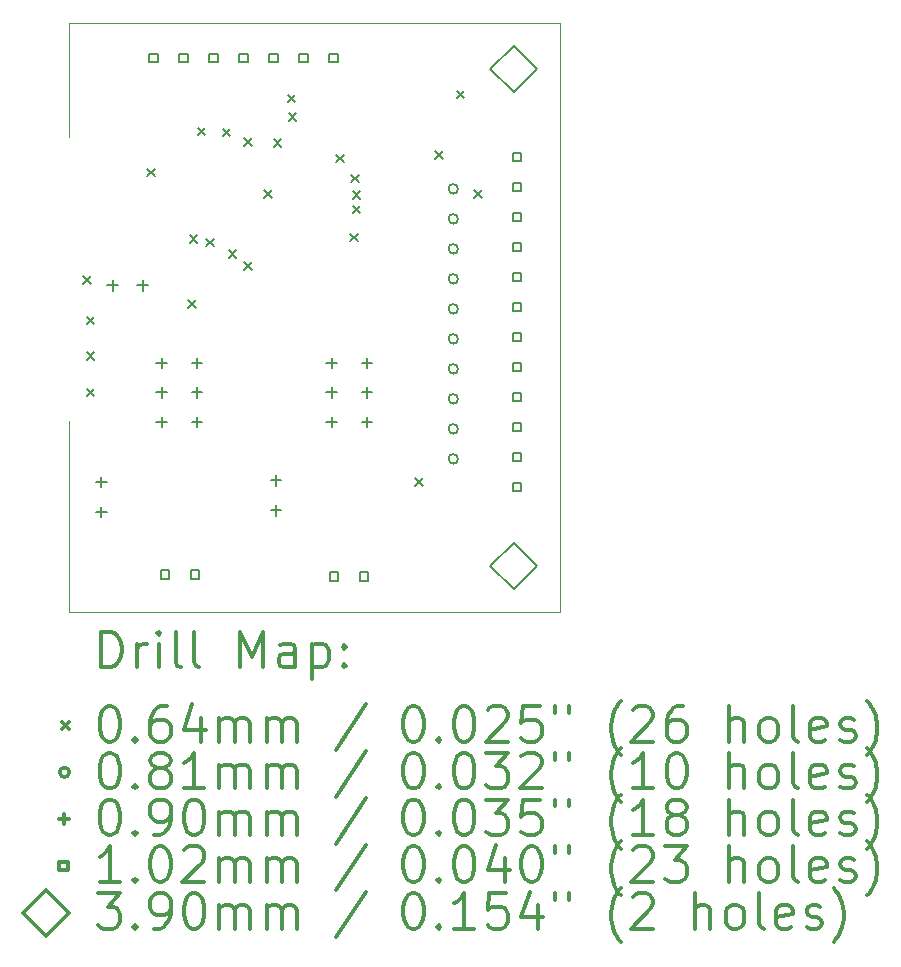
<source format=gbr>
%FSLAX45Y45*%
G04 Gerber Fmt 4.5, Leading zero omitted, Abs format (unit mm)*
G04 Created by KiCad (PCBNEW (2014-10-27 BZR 5228)-product) date 29/03/2015 08:33:33*
%MOMM*%
G01*
G04 APERTURE LIST*
%ADD10C,0.127000*%
%ADD11C,0.020000*%
%ADD12C,0.200000*%
%ADD13C,0.300000*%
G04 APERTURE END LIST*
D10*
D11*
X845000Y0D02*
X845000Y-970000D01*
X845000Y-3370000D02*
X845000Y-4990000D01*
X4995000Y0D02*
X845000Y0D01*
X4995000Y-4990000D02*
X845000Y-4990000D01*
X4995000Y0D02*
X4995000Y-4990000D01*
D12*
X963250Y-2148250D02*
X1026750Y-2211750D01*
X1026750Y-2148250D02*
X963250Y-2211750D01*
X993250Y-2488250D02*
X1056750Y-2551750D01*
X1056750Y-2488250D02*
X993250Y-2551750D01*
X993250Y-2788250D02*
X1056750Y-2851750D01*
X1056750Y-2788250D02*
X993250Y-2851750D01*
X993250Y-3098250D02*
X1056750Y-3161750D01*
X1056750Y-3098250D02*
X993250Y-3161750D01*
X1503250Y-1238250D02*
X1566750Y-1301750D01*
X1566750Y-1238250D02*
X1503250Y-1301750D01*
X1853250Y-2348250D02*
X1916750Y-2411750D01*
X1916750Y-2348250D02*
X1853250Y-2411750D01*
X1863250Y-1798250D02*
X1926750Y-1861750D01*
X1926750Y-1798250D02*
X1863250Y-1861750D01*
X1933250Y-888250D02*
X1996750Y-951750D01*
X1996750Y-888250D02*
X1933250Y-951750D01*
X2003250Y-1828250D02*
X2066750Y-1891750D01*
X2066750Y-1828250D02*
X2003250Y-1891750D01*
X2143250Y-898250D02*
X2206750Y-961750D01*
X2206750Y-898250D02*
X2143250Y-961750D01*
X2193250Y-1928250D02*
X2256750Y-1991750D01*
X2256750Y-1928250D02*
X2193250Y-1991750D01*
X2323250Y-2028250D02*
X2386750Y-2091750D01*
X2386750Y-2028250D02*
X2323250Y-2091750D01*
X2323750Y-978250D02*
X2387250Y-1041750D01*
X2387250Y-978250D02*
X2323750Y-1041750D01*
X2493250Y-1418250D02*
X2556750Y-1481750D01*
X2556750Y-1418250D02*
X2493250Y-1481750D01*
X2573250Y-988250D02*
X2636750Y-1051750D01*
X2636750Y-988250D02*
X2573250Y-1051750D01*
X2693250Y-608250D02*
X2756750Y-671750D01*
X2756750Y-608250D02*
X2693250Y-671750D01*
X2703250Y-768250D02*
X2766750Y-831750D01*
X2766750Y-768250D02*
X2703250Y-831750D01*
X3103250Y-1118250D02*
X3166750Y-1181750D01*
X3166750Y-1118250D02*
X3103250Y-1181750D01*
X3223250Y-1788250D02*
X3286750Y-1851750D01*
X3286750Y-1788250D02*
X3223250Y-1851750D01*
X3233250Y-1288250D02*
X3296750Y-1351750D01*
X3296750Y-1288250D02*
X3233250Y-1351750D01*
X3243250Y-1428250D02*
X3306750Y-1491750D01*
X3306750Y-1428250D02*
X3243250Y-1491750D01*
X3243250Y-1548250D02*
X3306750Y-1611750D01*
X3306750Y-1548250D02*
X3243250Y-1611750D01*
X3773250Y-3858250D02*
X3836750Y-3921750D01*
X3836750Y-3858250D02*
X3773250Y-3921750D01*
X3943250Y-1088250D02*
X4006750Y-1151750D01*
X4006750Y-1088250D02*
X3943250Y-1151750D01*
X4123250Y-578250D02*
X4186750Y-641750D01*
X4186750Y-578250D02*
X4123250Y-641750D01*
X4273250Y-1418250D02*
X4336750Y-1481750D01*
X4336750Y-1418250D02*
X4273250Y-1481750D01*
X4135640Y-1407000D02*
G75*
G03X4135640Y-1407000I-40640J0D01*
G01*
X4135640Y-1661000D02*
G75*
G03X4135640Y-1661000I-40640J0D01*
G01*
X4135640Y-1915000D02*
G75*
G03X4135640Y-1915000I-40640J0D01*
G01*
X4135640Y-2169000D02*
G75*
G03X4135640Y-2169000I-40640J0D01*
G01*
X4135640Y-2423000D02*
G75*
G03X4135640Y-2423000I-40640J0D01*
G01*
X4135640Y-2677000D02*
G75*
G03X4135640Y-2677000I-40640J0D01*
G01*
X4135640Y-2931000D02*
G75*
G03X4135640Y-2931000I-40640J0D01*
G01*
X4135640Y-3185000D02*
G75*
G03X4135640Y-3185000I-40640J0D01*
G01*
X4135640Y-3439000D02*
G75*
G03X4135640Y-3439000I-40640J0D01*
G01*
X4135640Y-3693000D02*
G75*
G03X4135640Y-3693000I-40640J0D01*
G01*
X1115000Y-3845000D02*
X1115000Y-3935000D01*
X1070000Y-3890000D02*
X1160000Y-3890000D01*
X1115000Y-4099000D02*
X1115000Y-4189000D01*
X1070000Y-4144000D02*
X1160000Y-4144000D01*
X1210000Y-2180000D02*
X1210000Y-2270000D01*
X1165000Y-2225000D02*
X1255000Y-2225000D01*
X1464000Y-2180000D02*
X1464000Y-2270000D01*
X1419000Y-2225000D02*
X1509000Y-2225000D01*
X1625000Y-2835000D02*
X1625000Y-2925000D01*
X1580000Y-2880000D02*
X1670000Y-2880000D01*
X1625000Y-3085000D02*
X1625000Y-3175000D01*
X1580000Y-3130000D02*
X1670000Y-3130000D01*
X1625000Y-3335000D02*
X1625000Y-3425000D01*
X1580000Y-3380000D02*
X1670000Y-3380000D01*
X1925000Y-2835000D02*
X1925000Y-2925000D01*
X1880000Y-2880000D02*
X1970000Y-2880000D01*
X1925000Y-3085000D02*
X1925000Y-3175000D01*
X1880000Y-3130000D02*
X1970000Y-3130000D01*
X1925000Y-3335000D02*
X1925000Y-3425000D01*
X1880000Y-3380000D02*
X1970000Y-3380000D01*
X2595000Y-3831000D02*
X2595000Y-3921000D01*
X2550000Y-3876000D02*
X2640000Y-3876000D01*
X2595000Y-4085000D02*
X2595000Y-4175000D01*
X2550000Y-4130000D02*
X2640000Y-4130000D01*
X3065000Y-2835000D02*
X3065000Y-2925000D01*
X3020000Y-2880000D02*
X3110000Y-2880000D01*
X3065000Y-3085000D02*
X3065000Y-3175000D01*
X3020000Y-3130000D02*
X3110000Y-3130000D01*
X3065000Y-3335000D02*
X3065000Y-3425000D01*
X3020000Y-3380000D02*
X3110000Y-3380000D01*
X3365000Y-2835000D02*
X3365000Y-2925000D01*
X3320000Y-2880000D02*
X3410000Y-2880000D01*
X3365000Y-3085000D02*
X3365000Y-3175000D01*
X3320000Y-3130000D02*
X3410000Y-3130000D01*
X3365000Y-3335000D02*
X3365000Y-3425000D01*
X3320000Y-3380000D02*
X3410000Y-3380000D01*
X1590921Y-335921D02*
X1590921Y-264079D01*
X1519079Y-264079D01*
X1519079Y-335921D01*
X1590921Y-335921D01*
X1690921Y-4705921D02*
X1690921Y-4634079D01*
X1619079Y-4634079D01*
X1619079Y-4705921D01*
X1690921Y-4705921D01*
X1844921Y-335921D02*
X1844921Y-264079D01*
X1773079Y-264079D01*
X1773079Y-335921D01*
X1844921Y-335921D01*
X1944921Y-4705921D02*
X1944921Y-4634079D01*
X1873079Y-4634079D01*
X1873079Y-4705921D01*
X1944921Y-4705921D01*
X2098921Y-335921D02*
X2098921Y-264079D01*
X2027079Y-264079D01*
X2027079Y-335921D01*
X2098921Y-335921D01*
X2352921Y-335921D02*
X2352921Y-264079D01*
X2281079Y-264079D01*
X2281079Y-335921D01*
X2352921Y-335921D01*
X2606921Y-335921D02*
X2606921Y-264079D01*
X2535079Y-264079D01*
X2535079Y-335921D01*
X2606921Y-335921D01*
X2860921Y-335921D02*
X2860921Y-264079D01*
X2789079Y-264079D01*
X2789079Y-335921D01*
X2860921Y-335921D01*
X3114921Y-335921D02*
X3114921Y-264079D01*
X3043079Y-264079D01*
X3043079Y-335921D01*
X3114921Y-335921D01*
X3120921Y-4725921D02*
X3120921Y-4654079D01*
X3049079Y-4654079D01*
X3049079Y-4725921D01*
X3120921Y-4725921D01*
X3374921Y-4725921D02*
X3374921Y-4654079D01*
X3303079Y-4654079D01*
X3303079Y-4725921D01*
X3374921Y-4725921D01*
X4670921Y-1171921D02*
X4670921Y-1100079D01*
X4599079Y-1100079D01*
X4599079Y-1171921D01*
X4670921Y-1171921D01*
X4670921Y-1425921D02*
X4670921Y-1354079D01*
X4599079Y-1354079D01*
X4599079Y-1425921D01*
X4670921Y-1425921D01*
X4670921Y-1679921D02*
X4670921Y-1608079D01*
X4599079Y-1608079D01*
X4599079Y-1679921D01*
X4670921Y-1679921D01*
X4670921Y-1933921D02*
X4670921Y-1862079D01*
X4599079Y-1862079D01*
X4599079Y-1933921D01*
X4670921Y-1933921D01*
X4670921Y-2187921D02*
X4670921Y-2116079D01*
X4599079Y-2116079D01*
X4599079Y-2187921D01*
X4670921Y-2187921D01*
X4670921Y-2441921D02*
X4670921Y-2370079D01*
X4599079Y-2370079D01*
X4599079Y-2441921D01*
X4670921Y-2441921D01*
X4670921Y-2695921D02*
X4670921Y-2624079D01*
X4599079Y-2624079D01*
X4599079Y-2695921D01*
X4670921Y-2695921D01*
X4670921Y-2949921D02*
X4670921Y-2878079D01*
X4599079Y-2878079D01*
X4599079Y-2949921D01*
X4670921Y-2949921D01*
X4670921Y-3203921D02*
X4670921Y-3132079D01*
X4599079Y-3132079D01*
X4599079Y-3203921D01*
X4670921Y-3203921D01*
X4670921Y-3457921D02*
X4670921Y-3386079D01*
X4599079Y-3386079D01*
X4599079Y-3457921D01*
X4670921Y-3457921D01*
X4670921Y-3711921D02*
X4670921Y-3640079D01*
X4599079Y-3640079D01*
X4599079Y-3711921D01*
X4670921Y-3711921D01*
X4670921Y-3965921D02*
X4670921Y-3894079D01*
X4599079Y-3894079D01*
X4599079Y-3965921D01*
X4670921Y-3965921D01*
X4605000Y-585000D02*
X4800000Y-390000D01*
X4605000Y-195000D01*
X4410000Y-390000D01*
X4605000Y-585000D01*
X4605000Y-4795000D02*
X4800000Y-4600000D01*
X4605000Y-4405000D01*
X4410000Y-4600000D01*
X4605000Y-4795000D01*
D13*
X1115429Y-5456714D02*
X1115429Y-5156714D01*
X1186857Y-5156714D01*
X1229714Y-5171000D01*
X1258286Y-5199572D01*
X1272571Y-5228143D01*
X1286857Y-5285286D01*
X1286857Y-5328143D01*
X1272571Y-5385286D01*
X1258286Y-5413857D01*
X1229714Y-5442429D01*
X1186857Y-5456714D01*
X1115429Y-5456714D01*
X1415428Y-5456714D02*
X1415428Y-5256714D01*
X1415428Y-5313857D02*
X1429714Y-5285286D01*
X1444000Y-5271000D01*
X1472571Y-5256714D01*
X1501143Y-5256714D01*
X1601143Y-5456714D02*
X1601143Y-5256714D01*
X1601143Y-5156714D02*
X1586857Y-5171000D01*
X1601143Y-5185286D01*
X1615428Y-5171000D01*
X1601143Y-5156714D01*
X1601143Y-5185286D01*
X1786857Y-5456714D02*
X1758286Y-5442429D01*
X1744000Y-5413857D01*
X1744000Y-5156714D01*
X1944000Y-5456714D02*
X1915428Y-5442429D01*
X1901143Y-5413857D01*
X1901143Y-5156714D01*
X2286857Y-5456714D02*
X2286857Y-5156714D01*
X2386857Y-5371000D01*
X2486857Y-5156714D01*
X2486857Y-5456714D01*
X2758286Y-5456714D02*
X2758286Y-5299572D01*
X2744000Y-5271000D01*
X2715429Y-5256714D01*
X2658286Y-5256714D01*
X2629714Y-5271000D01*
X2758286Y-5442429D02*
X2729714Y-5456714D01*
X2658286Y-5456714D01*
X2629714Y-5442429D01*
X2615429Y-5413857D01*
X2615429Y-5385286D01*
X2629714Y-5356714D01*
X2658286Y-5342429D01*
X2729714Y-5342429D01*
X2758286Y-5328143D01*
X2901143Y-5256714D02*
X2901143Y-5556714D01*
X2901143Y-5271000D02*
X2929714Y-5256714D01*
X2986857Y-5256714D01*
X3015428Y-5271000D01*
X3029714Y-5285286D01*
X3044000Y-5313857D01*
X3044000Y-5399572D01*
X3029714Y-5428143D01*
X3015428Y-5442429D01*
X2986857Y-5456714D01*
X2929714Y-5456714D01*
X2901143Y-5442429D01*
X3172571Y-5428143D02*
X3186857Y-5442429D01*
X3172571Y-5456714D01*
X3158286Y-5442429D01*
X3172571Y-5428143D01*
X3172571Y-5456714D01*
X3172571Y-5271000D02*
X3186857Y-5285286D01*
X3172571Y-5299572D01*
X3158286Y-5285286D01*
X3172571Y-5271000D01*
X3172571Y-5299572D01*
X780500Y-5919250D02*
X844000Y-5982750D01*
X844000Y-5919250D02*
X780500Y-5982750D01*
X1172571Y-5786714D02*
X1201143Y-5786714D01*
X1229714Y-5801000D01*
X1244000Y-5815286D01*
X1258286Y-5843857D01*
X1272571Y-5901000D01*
X1272571Y-5972429D01*
X1258286Y-6029571D01*
X1244000Y-6058143D01*
X1229714Y-6072429D01*
X1201143Y-6086714D01*
X1172571Y-6086714D01*
X1144000Y-6072429D01*
X1129714Y-6058143D01*
X1115429Y-6029571D01*
X1101143Y-5972429D01*
X1101143Y-5901000D01*
X1115429Y-5843857D01*
X1129714Y-5815286D01*
X1144000Y-5801000D01*
X1172571Y-5786714D01*
X1401143Y-6058143D02*
X1415428Y-6072429D01*
X1401143Y-6086714D01*
X1386857Y-6072429D01*
X1401143Y-6058143D01*
X1401143Y-6086714D01*
X1672571Y-5786714D02*
X1615428Y-5786714D01*
X1586857Y-5801000D01*
X1572571Y-5815286D01*
X1544000Y-5858143D01*
X1529714Y-5915286D01*
X1529714Y-6029571D01*
X1544000Y-6058143D01*
X1558286Y-6072429D01*
X1586857Y-6086714D01*
X1644000Y-6086714D01*
X1672571Y-6072429D01*
X1686857Y-6058143D01*
X1701143Y-6029571D01*
X1701143Y-5958143D01*
X1686857Y-5929571D01*
X1672571Y-5915286D01*
X1644000Y-5901000D01*
X1586857Y-5901000D01*
X1558286Y-5915286D01*
X1544000Y-5929571D01*
X1529714Y-5958143D01*
X1958286Y-5886714D02*
X1958286Y-6086714D01*
X1886857Y-5772429D02*
X1815428Y-5986714D01*
X2001143Y-5986714D01*
X2115429Y-6086714D02*
X2115429Y-5886714D01*
X2115429Y-5915286D02*
X2129714Y-5901000D01*
X2158286Y-5886714D01*
X2201143Y-5886714D01*
X2229714Y-5901000D01*
X2244000Y-5929571D01*
X2244000Y-6086714D01*
X2244000Y-5929571D02*
X2258286Y-5901000D01*
X2286857Y-5886714D01*
X2329714Y-5886714D01*
X2358286Y-5901000D01*
X2372571Y-5929571D01*
X2372571Y-6086714D01*
X2515429Y-6086714D02*
X2515429Y-5886714D01*
X2515429Y-5915286D02*
X2529714Y-5901000D01*
X2558286Y-5886714D01*
X2601143Y-5886714D01*
X2629714Y-5901000D01*
X2644000Y-5929571D01*
X2644000Y-6086714D01*
X2644000Y-5929571D02*
X2658286Y-5901000D01*
X2686857Y-5886714D01*
X2729714Y-5886714D01*
X2758286Y-5901000D01*
X2772571Y-5929571D01*
X2772571Y-6086714D01*
X3358286Y-5772429D02*
X3101143Y-6158143D01*
X3744000Y-5786714D02*
X3772571Y-5786714D01*
X3801143Y-5801000D01*
X3815428Y-5815286D01*
X3829714Y-5843857D01*
X3844000Y-5901000D01*
X3844000Y-5972429D01*
X3829714Y-6029571D01*
X3815428Y-6058143D01*
X3801143Y-6072429D01*
X3772571Y-6086714D01*
X3744000Y-6086714D01*
X3715428Y-6072429D01*
X3701143Y-6058143D01*
X3686857Y-6029571D01*
X3672571Y-5972429D01*
X3672571Y-5901000D01*
X3686857Y-5843857D01*
X3701143Y-5815286D01*
X3715428Y-5801000D01*
X3744000Y-5786714D01*
X3972571Y-6058143D02*
X3986857Y-6072429D01*
X3972571Y-6086714D01*
X3958286Y-6072429D01*
X3972571Y-6058143D01*
X3972571Y-6086714D01*
X4172571Y-5786714D02*
X4201143Y-5786714D01*
X4229714Y-5801000D01*
X4244000Y-5815286D01*
X4258286Y-5843857D01*
X4272571Y-5901000D01*
X4272571Y-5972429D01*
X4258286Y-6029571D01*
X4244000Y-6058143D01*
X4229714Y-6072429D01*
X4201143Y-6086714D01*
X4172571Y-6086714D01*
X4144000Y-6072429D01*
X4129714Y-6058143D01*
X4115428Y-6029571D01*
X4101143Y-5972429D01*
X4101143Y-5901000D01*
X4115428Y-5843857D01*
X4129714Y-5815286D01*
X4144000Y-5801000D01*
X4172571Y-5786714D01*
X4386857Y-5815286D02*
X4401143Y-5801000D01*
X4429714Y-5786714D01*
X4501143Y-5786714D01*
X4529714Y-5801000D01*
X4544000Y-5815286D01*
X4558286Y-5843857D01*
X4558286Y-5872429D01*
X4544000Y-5915286D01*
X4372571Y-6086714D01*
X4558286Y-6086714D01*
X4829714Y-5786714D02*
X4686857Y-5786714D01*
X4672571Y-5929571D01*
X4686857Y-5915286D01*
X4715428Y-5901000D01*
X4786857Y-5901000D01*
X4815428Y-5915286D01*
X4829714Y-5929571D01*
X4844000Y-5958143D01*
X4844000Y-6029571D01*
X4829714Y-6058143D01*
X4815428Y-6072429D01*
X4786857Y-6086714D01*
X4715428Y-6086714D01*
X4686857Y-6072429D01*
X4672571Y-6058143D01*
X4958286Y-5786714D02*
X4958286Y-5843857D01*
X5072571Y-5786714D02*
X5072571Y-5843857D01*
X5515428Y-6201000D02*
X5501143Y-6186714D01*
X5472571Y-6143857D01*
X5458286Y-6115286D01*
X5444000Y-6072429D01*
X5429714Y-6001000D01*
X5429714Y-5943857D01*
X5444000Y-5872429D01*
X5458286Y-5829571D01*
X5472571Y-5801000D01*
X5501143Y-5758143D01*
X5515428Y-5743857D01*
X5615428Y-5815286D02*
X5629714Y-5801000D01*
X5658285Y-5786714D01*
X5729714Y-5786714D01*
X5758285Y-5801000D01*
X5772571Y-5815286D01*
X5786857Y-5843857D01*
X5786857Y-5872429D01*
X5772571Y-5915286D01*
X5601143Y-6086714D01*
X5786857Y-6086714D01*
X6044000Y-5786714D02*
X5986857Y-5786714D01*
X5958285Y-5801000D01*
X5944000Y-5815286D01*
X5915428Y-5858143D01*
X5901143Y-5915286D01*
X5901143Y-6029571D01*
X5915428Y-6058143D01*
X5929714Y-6072429D01*
X5958285Y-6086714D01*
X6015428Y-6086714D01*
X6044000Y-6072429D01*
X6058285Y-6058143D01*
X6072571Y-6029571D01*
X6072571Y-5958143D01*
X6058285Y-5929571D01*
X6044000Y-5915286D01*
X6015428Y-5901000D01*
X5958285Y-5901000D01*
X5929714Y-5915286D01*
X5915428Y-5929571D01*
X5901143Y-5958143D01*
X6429714Y-6086714D02*
X6429714Y-5786714D01*
X6558285Y-6086714D02*
X6558285Y-5929571D01*
X6544000Y-5901000D01*
X6515428Y-5886714D01*
X6472571Y-5886714D01*
X6444000Y-5901000D01*
X6429714Y-5915286D01*
X6744000Y-6086714D02*
X6715428Y-6072429D01*
X6701143Y-6058143D01*
X6686857Y-6029571D01*
X6686857Y-5943857D01*
X6701143Y-5915286D01*
X6715428Y-5901000D01*
X6744000Y-5886714D01*
X6786857Y-5886714D01*
X6815428Y-5901000D01*
X6829714Y-5915286D01*
X6844000Y-5943857D01*
X6844000Y-6029571D01*
X6829714Y-6058143D01*
X6815428Y-6072429D01*
X6786857Y-6086714D01*
X6744000Y-6086714D01*
X7015428Y-6086714D02*
X6986857Y-6072429D01*
X6972571Y-6043857D01*
X6972571Y-5786714D01*
X7244000Y-6072429D02*
X7215428Y-6086714D01*
X7158286Y-6086714D01*
X7129714Y-6072429D01*
X7115428Y-6043857D01*
X7115428Y-5929571D01*
X7129714Y-5901000D01*
X7158286Y-5886714D01*
X7215428Y-5886714D01*
X7244000Y-5901000D01*
X7258286Y-5929571D01*
X7258286Y-5958143D01*
X7115428Y-5986714D01*
X7372571Y-6072429D02*
X7401143Y-6086714D01*
X7458286Y-6086714D01*
X7486857Y-6072429D01*
X7501143Y-6043857D01*
X7501143Y-6029571D01*
X7486857Y-6001000D01*
X7458286Y-5986714D01*
X7415428Y-5986714D01*
X7386857Y-5972429D01*
X7372571Y-5943857D01*
X7372571Y-5929571D01*
X7386857Y-5901000D01*
X7415428Y-5886714D01*
X7458286Y-5886714D01*
X7486857Y-5901000D01*
X7601143Y-6201000D02*
X7615428Y-6186714D01*
X7644000Y-6143857D01*
X7658286Y-6115286D01*
X7672571Y-6072429D01*
X7686857Y-6001000D01*
X7686857Y-5943857D01*
X7672571Y-5872429D01*
X7658286Y-5829571D01*
X7644000Y-5801000D01*
X7615428Y-5758143D01*
X7601143Y-5743857D01*
X844000Y-6347000D02*
G75*
G03X844000Y-6347000I-40640J0D01*
G01*
X1172571Y-6182714D02*
X1201143Y-6182714D01*
X1229714Y-6197000D01*
X1244000Y-6211286D01*
X1258286Y-6239857D01*
X1272571Y-6297000D01*
X1272571Y-6368429D01*
X1258286Y-6425571D01*
X1244000Y-6454143D01*
X1229714Y-6468429D01*
X1201143Y-6482714D01*
X1172571Y-6482714D01*
X1144000Y-6468429D01*
X1129714Y-6454143D01*
X1115429Y-6425571D01*
X1101143Y-6368429D01*
X1101143Y-6297000D01*
X1115429Y-6239857D01*
X1129714Y-6211286D01*
X1144000Y-6197000D01*
X1172571Y-6182714D01*
X1401143Y-6454143D02*
X1415428Y-6468429D01*
X1401143Y-6482714D01*
X1386857Y-6468429D01*
X1401143Y-6454143D01*
X1401143Y-6482714D01*
X1586857Y-6311286D02*
X1558286Y-6297000D01*
X1544000Y-6282714D01*
X1529714Y-6254143D01*
X1529714Y-6239857D01*
X1544000Y-6211286D01*
X1558286Y-6197000D01*
X1586857Y-6182714D01*
X1644000Y-6182714D01*
X1672571Y-6197000D01*
X1686857Y-6211286D01*
X1701143Y-6239857D01*
X1701143Y-6254143D01*
X1686857Y-6282714D01*
X1672571Y-6297000D01*
X1644000Y-6311286D01*
X1586857Y-6311286D01*
X1558286Y-6325571D01*
X1544000Y-6339857D01*
X1529714Y-6368429D01*
X1529714Y-6425571D01*
X1544000Y-6454143D01*
X1558286Y-6468429D01*
X1586857Y-6482714D01*
X1644000Y-6482714D01*
X1672571Y-6468429D01*
X1686857Y-6454143D01*
X1701143Y-6425571D01*
X1701143Y-6368429D01*
X1686857Y-6339857D01*
X1672571Y-6325571D01*
X1644000Y-6311286D01*
X1986857Y-6482714D02*
X1815428Y-6482714D01*
X1901143Y-6482714D02*
X1901143Y-6182714D01*
X1872571Y-6225571D01*
X1844000Y-6254143D01*
X1815428Y-6268429D01*
X2115429Y-6482714D02*
X2115429Y-6282714D01*
X2115429Y-6311286D02*
X2129714Y-6297000D01*
X2158286Y-6282714D01*
X2201143Y-6282714D01*
X2229714Y-6297000D01*
X2244000Y-6325571D01*
X2244000Y-6482714D01*
X2244000Y-6325571D02*
X2258286Y-6297000D01*
X2286857Y-6282714D01*
X2329714Y-6282714D01*
X2358286Y-6297000D01*
X2372571Y-6325571D01*
X2372571Y-6482714D01*
X2515429Y-6482714D02*
X2515429Y-6282714D01*
X2515429Y-6311286D02*
X2529714Y-6297000D01*
X2558286Y-6282714D01*
X2601143Y-6282714D01*
X2629714Y-6297000D01*
X2644000Y-6325571D01*
X2644000Y-6482714D01*
X2644000Y-6325571D02*
X2658286Y-6297000D01*
X2686857Y-6282714D01*
X2729714Y-6282714D01*
X2758286Y-6297000D01*
X2772571Y-6325571D01*
X2772571Y-6482714D01*
X3358286Y-6168429D02*
X3101143Y-6554143D01*
X3744000Y-6182714D02*
X3772571Y-6182714D01*
X3801143Y-6197000D01*
X3815428Y-6211286D01*
X3829714Y-6239857D01*
X3844000Y-6297000D01*
X3844000Y-6368429D01*
X3829714Y-6425571D01*
X3815428Y-6454143D01*
X3801143Y-6468429D01*
X3772571Y-6482714D01*
X3744000Y-6482714D01*
X3715428Y-6468429D01*
X3701143Y-6454143D01*
X3686857Y-6425571D01*
X3672571Y-6368429D01*
X3672571Y-6297000D01*
X3686857Y-6239857D01*
X3701143Y-6211286D01*
X3715428Y-6197000D01*
X3744000Y-6182714D01*
X3972571Y-6454143D02*
X3986857Y-6468429D01*
X3972571Y-6482714D01*
X3958286Y-6468429D01*
X3972571Y-6454143D01*
X3972571Y-6482714D01*
X4172571Y-6182714D02*
X4201143Y-6182714D01*
X4229714Y-6197000D01*
X4244000Y-6211286D01*
X4258286Y-6239857D01*
X4272571Y-6297000D01*
X4272571Y-6368429D01*
X4258286Y-6425571D01*
X4244000Y-6454143D01*
X4229714Y-6468429D01*
X4201143Y-6482714D01*
X4172571Y-6482714D01*
X4144000Y-6468429D01*
X4129714Y-6454143D01*
X4115428Y-6425571D01*
X4101143Y-6368429D01*
X4101143Y-6297000D01*
X4115428Y-6239857D01*
X4129714Y-6211286D01*
X4144000Y-6197000D01*
X4172571Y-6182714D01*
X4372571Y-6182714D02*
X4558286Y-6182714D01*
X4458286Y-6297000D01*
X4501143Y-6297000D01*
X4529714Y-6311286D01*
X4544000Y-6325571D01*
X4558286Y-6354143D01*
X4558286Y-6425571D01*
X4544000Y-6454143D01*
X4529714Y-6468429D01*
X4501143Y-6482714D01*
X4415428Y-6482714D01*
X4386857Y-6468429D01*
X4372571Y-6454143D01*
X4672571Y-6211286D02*
X4686857Y-6197000D01*
X4715428Y-6182714D01*
X4786857Y-6182714D01*
X4815428Y-6197000D01*
X4829714Y-6211286D01*
X4844000Y-6239857D01*
X4844000Y-6268429D01*
X4829714Y-6311286D01*
X4658286Y-6482714D01*
X4844000Y-6482714D01*
X4958286Y-6182714D02*
X4958286Y-6239857D01*
X5072571Y-6182714D02*
X5072571Y-6239857D01*
X5515428Y-6597000D02*
X5501143Y-6582714D01*
X5472571Y-6539857D01*
X5458286Y-6511286D01*
X5444000Y-6468429D01*
X5429714Y-6397000D01*
X5429714Y-6339857D01*
X5444000Y-6268429D01*
X5458286Y-6225571D01*
X5472571Y-6197000D01*
X5501143Y-6154143D01*
X5515428Y-6139857D01*
X5786857Y-6482714D02*
X5615428Y-6482714D01*
X5701143Y-6482714D02*
X5701143Y-6182714D01*
X5672571Y-6225571D01*
X5644000Y-6254143D01*
X5615428Y-6268429D01*
X5972571Y-6182714D02*
X6001143Y-6182714D01*
X6029714Y-6197000D01*
X6044000Y-6211286D01*
X6058285Y-6239857D01*
X6072571Y-6297000D01*
X6072571Y-6368429D01*
X6058285Y-6425571D01*
X6044000Y-6454143D01*
X6029714Y-6468429D01*
X6001143Y-6482714D01*
X5972571Y-6482714D01*
X5944000Y-6468429D01*
X5929714Y-6454143D01*
X5915428Y-6425571D01*
X5901143Y-6368429D01*
X5901143Y-6297000D01*
X5915428Y-6239857D01*
X5929714Y-6211286D01*
X5944000Y-6197000D01*
X5972571Y-6182714D01*
X6429714Y-6482714D02*
X6429714Y-6182714D01*
X6558285Y-6482714D02*
X6558285Y-6325571D01*
X6544000Y-6297000D01*
X6515428Y-6282714D01*
X6472571Y-6282714D01*
X6444000Y-6297000D01*
X6429714Y-6311286D01*
X6744000Y-6482714D02*
X6715428Y-6468429D01*
X6701143Y-6454143D01*
X6686857Y-6425571D01*
X6686857Y-6339857D01*
X6701143Y-6311286D01*
X6715428Y-6297000D01*
X6744000Y-6282714D01*
X6786857Y-6282714D01*
X6815428Y-6297000D01*
X6829714Y-6311286D01*
X6844000Y-6339857D01*
X6844000Y-6425571D01*
X6829714Y-6454143D01*
X6815428Y-6468429D01*
X6786857Y-6482714D01*
X6744000Y-6482714D01*
X7015428Y-6482714D02*
X6986857Y-6468429D01*
X6972571Y-6439857D01*
X6972571Y-6182714D01*
X7244000Y-6468429D02*
X7215428Y-6482714D01*
X7158286Y-6482714D01*
X7129714Y-6468429D01*
X7115428Y-6439857D01*
X7115428Y-6325571D01*
X7129714Y-6297000D01*
X7158286Y-6282714D01*
X7215428Y-6282714D01*
X7244000Y-6297000D01*
X7258286Y-6325571D01*
X7258286Y-6354143D01*
X7115428Y-6382714D01*
X7372571Y-6468429D02*
X7401143Y-6482714D01*
X7458286Y-6482714D01*
X7486857Y-6468429D01*
X7501143Y-6439857D01*
X7501143Y-6425571D01*
X7486857Y-6397000D01*
X7458286Y-6382714D01*
X7415428Y-6382714D01*
X7386857Y-6368429D01*
X7372571Y-6339857D01*
X7372571Y-6325571D01*
X7386857Y-6297000D01*
X7415428Y-6282714D01*
X7458286Y-6282714D01*
X7486857Y-6297000D01*
X7601143Y-6597000D02*
X7615428Y-6582714D01*
X7644000Y-6539857D01*
X7658286Y-6511286D01*
X7672571Y-6468429D01*
X7686857Y-6397000D01*
X7686857Y-6339857D01*
X7672571Y-6268429D01*
X7658286Y-6225571D01*
X7644000Y-6197000D01*
X7615428Y-6154143D01*
X7601143Y-6139857D01*
X799000Y-6698000D02*
X799000Y-6788000D01*
X754000Y-6743000D02*
X844000Y-6743000D01*
X1172571Y-6578714D02*
X1201143Y-6578714D01*
X1229714Y-6593000D01*
X1244000Y-6607286D01*
X1258286Y-6635857D01*
X1272571Y-6693000D01*
X1272571Y-6764429D01*
X1258286Y-6821571D01*
X1244000Y-6850143D01*
X1229714Y-6864429D01*
X1201143Y-6878714D01*
X1172571Y-6878714D01*
X1144000Y-6864429D01*
X1129714Y-6850143D01*
X1115429Y-6821571D01*
X1101143Y-6764429D01*
X1101143Y-6693000D01*
X1115429Y-6635857D01*
X1129714Y-6607286D01*
X1144000Y-6593000D01*
X1172571Y-6578714D01*
X1401143Y-6850143D02*
X1415428Y-6864429D01*
X1401143Y-6878714D01*
X1386857Y-6864429D01*
X1401143Y-6850143D01*
X1401143Y-6878714D01*
X1558286Y-6878714D02*
X1615428Y-6878714D01*
X1644000Y-6864429D01*
X1658286Y-6850143D01*
X1686857Y-6807286D01*
X1701143Y-6750143D01*
X1701143Y-6635857D01*
X1686857Y-6607286D01*
X1672571Y-6593000D01*
X1644000Y-6578714D01*
X1586857Y-6578714D01*
X1558286Y-6593000D01*
X1544000Y-6607286D01*
X1529714Y-6635857D01*
X1529714Y-6707286D01*
X1544000Y-6735857D01*
X1558286Y-6750143D01*
X1586857Y-6764429D01*
X1644000Y-6764429D01*
X1672571Y-6750143D01*
X1686857Y-6735857D01*
X1701143Y-6707286D01*
X1886857Y-6578714D02*
X1915428Y-6578714D01*
X1944000Y-6593000D01*
X1958286Y-6607286D01*
X1972571Y-6635857D01*
X1986857Y-6693000D01*
X1986857Y-6764429D01*
X1972571Y-6821571D01*
X1958286Y-6850143D01*
X1944000Y-6864429D01*
X1915428Y-6878714D01*
X1886857Y-6878714D01*
X1858286Y-6864429D01*
X1844000Y-6850143D01*
X1829714Y-6821571D01*
X1815428Y-6764429D01*
X1815428Y-6693000D01*
X1829714Y-6635857D01*
X1844000Y-6607286D01*
X1858286Y-6593000D01*
X1886857Y-6578714D01*
X2115429Y-6878714D02*
X2115429Y-6678714D01*
X2115429Y-6707286D02*
X2129714Y-6693000D01*
X2158286Y-6678714D01*
X2201143Y-6678714D01*
X2229714Y-6693000D01*
X2244000Y-6721571D01*
X2244000Y-6878714D01*
X2244000Y-6721571D02*
X2258286Y-6693000D01*
X2286857Y-6678714D01*
X2329714Y-6678714D01*
X2358286Y-6693000D01*
X2372571Y-6721571D01*
X2372571Y-6878714D01*
X2515429Y-6878714D02*
X2515429Y-6678714D01*
X2515429Y-6707286D02*
X2529714Y-6693000D01*
X2558286Y-6678714D01*
X2601143Y-6678714D01*
X2629714Y-6693000D01*
X2644000Y-6721571D01*
X2644000Y-6878714D01*
X2644000Y-6721571D02*
X2658286Y-6693000D01*
X2686857Y-6678714D01*
X2729714Y-6678714D01*
X2758286Y-6693000D01*
X2772571Y-6721571D01*
X2772571Y-6878714D01*
X3358286Y-6564429D02*
X3101143Y-6950143D01*
X3744000Y-6578714D02*
X3772571Y-6578714D01*
X3801143Y-6593000D01*
X3815428Y-6607286D01*
X3829714Y-6635857D01*
X3844000Y-6693000D01*
X3844000Y-6764429D01*
X3829714Y-6821571D01*
X3815428Y-6850143D01*
X3801143Y-6864429D01*
X3772571Y-6878714D01*
X3744000Y-6878714D01*
X3715428Y-6864429D01*
X3701143Y-6850143D01*
X3686857Y-6821571D01*
X3672571Y-6764429D01*
X3672571Y-6693000D01*
X3686857Y-6635857D01*
X3701143Y-6607286D01*
X3715428Y-6593000D01*
X3744000Y-6578714D01*
X3972571Y-6850143D02*
X3986857Y-6864429D01*
X3972571Y-6878714D01*
X3958286Y-6864429D01*
X3972571Y-6850143D01*
X3972571Y-6878714D01*
X4172571Y-6578714D02*
X4201143Y-6578714D01*
X4229714Y-6593000D01*
X4244000Y-6607286D01*
X4258286Y-6635857D01*
X4272571Y-6693000D01*
X4272571Y-6764429D01*
X4258286Y-6821571D01*
X4244000Y-6850143D01*
X4229714Y-6864429D01*
X4201143Y-6878714D01*
X4172571Y-6878714D01*
X4144000Y-6864429D01*
X4129714Y-6850143D01*
X4115428Y-6821571D01*
X4101143Y-6764429D01*
X4101143Y-6693000D01*
X4115428Y-6635857D01*
X4129714Y-6607286D01*
X4144000Y-6593000D01*
X4172571Y-6578714D01*
X4372571Y-6578714D02*
X4558286Y-6578714D01*
X4458286Y-6693000D01*
X4501143Y-6693000D01*
X4529714Y-6707286D01*
X4544000Y-6721571D01*
X4558286Y-6750143D01*
X4558286Y-6821571D01*
X4544000Y-6850143D01*
X4529714Y-6864429D01*
X4501143Y-6878714D01*
X4415428Y-6878714D01*
X4386857Y-6864429D01*
X4372571Y-6850143D01*
X4829714Y-6578714D02*
X4686857Y-6578714D01*
X4672571Y-6721571D01*
X4686857Y-6707286D01*
X4715428Y-6693000D01*
X4786857Y-6693000D01*
X4815428Y-6707286D01*
X4829714Y-6721571D01*
X4844000Y-6750143D01*
X4844000Y-6821571D01*
X4829714Y-6850143D01*
X4815428Y-6864429D01*
X4786857Y-6878714D01*
X4715428Y-6878714D01*
X4686857Y-6864429D01*
X4672571Y-6850143D01*
X4958286Y-6578714D02*
X4958286Y-6635857D01*
X5072571Y-6578714D02*
X5072571Y-6635857D01*
X5515428Y-6993000D02*
X5501143Y-6978714D01*
X5472571Y-6935857D01*
X5458286Y-6907286D01*
X5444000Y-6864429D01*
X5429714Y-6793000D01*
X5429714Y-6735857D01*
X5444000Y-6664429D01*
X5458286Y-6621571D01*
X5472571Y-6593000D01*
X5501143Y-6550143D01*
X5515428Y-6535857D01*
X5786857Y-6878714D02*
X5615428Y-6878714D01*
X5701143Y-6878714D02*
X5701143Y-6578714D01*
X5672571Y-6621571D01*
X5644000Y-6650143D01*
X5615428Y-6664429D01*
X5958285Y-6707286D02*
X5929714Y-6693000D01*
X5915428Y-6678714D01*
X5901143Y-6650143D01*
X5901143Y-6635857D01*
X5915428Y-6607286D01*
X5929714Y-6593000D01*
X5958285Y-6578714D01*
X6015428Y-6578714D01*
X6044000Y-6593000D01*
X6058285Y-6607286D01*
X6072571Y-6635857D01*
X6072571Y-6650143D01*
X6058285Y-6678714D01*
X6044000Y-6693000D01*
X6015428Y-6707286D01*
X5958285Y-6707286D01*
X5929714Y-6721571D01*
X5915428Y-6735857D01*
X5901143Y-6764429D01*
X5901143Y-6821571D01*
X5915428Y-6850143D01*
X5929714Y-6864429D01*
X5958285Y-6878714D01*
X6015428Y-6878714D01*
X6044000Y-6864429D01*
X6058285Y-6850143D01*
X6072571Y-6821571D01*
X6072571Y-6764429D01*
X6058285Y-6735857D01*
X6044000Y-6721571D01*
X6015428Y-6707286D01*
X6429714Y-6878714D02*
X6429714Y-6578714D01*
X6558285Y-6878714D02*
X6558285Y-6721571D01*
X6544000Y-6693000D01*
X6515428Y-6678714D01*
X6472571Y-6678714D01*
X6444000Y-6693000D01*
X6429714Y-6707286D01*
X6744000Y-6878714D02*
X6715428Y-6864429D01*
X6701143Y-6850143D01*
X6686857Y-6821571D01*
X6686857Y-6735857D01*
X6701143Y-6707286D01*
X6715428Y-6693000D01*
X6744000Y-6678714D01*
X6786857Y-6678714D01*
X6815428Y-6693000D01*
X6829714Y-6707286D01*
X6844000Y-6735857D01*
X6844000Y-6821571D01*
X6829714Y-6850143D01*
X6815428Y-6864429D01*
X6786857Y-6878714D01*
X6744000Y-6878714D01*
X7015428Y-6878714D02*
X6986857Y-6864429D01*
X6972571Y-6835857D01*
X6972571Y-6578714D01*
X7244000Y-6864429D02*
X7215428Y-6878714D01*
X7158286Y-6878714D01*
X7129714Y-6864429D01*
X7115428Y-6835857D01*
X7115428Y-6721571D01*
X7129714Y-6693000D01*
X7158286Y-6678714D01*
X7215428Y-6678714D01*
X7244000Y-6693000D01*
X7258286Y-6721571D01*
X7258286Y-6750143D01*
X7115428Y-6778714D01*
X7372571Y-6864429D02*
X7401143Y-6878714D01*
X7458286Y-6878714D01*
X7486857Y-6864429D01*
X7501143Y-6835857D01*
X7501143Y-6821571D01*
X7486857Y-6793000D01*
X7458286Y-6778714D01*
X7415428Y-6778714D01*
X7386857Y-6764429D01*
X7372571Y-6735857D01*
X7372571Y-6721571D01*
X7386857Y-6693000D01*
X7415428Y-6678714D01*
X7458286Y-6678714D01*
X7486857Y-6693000D01*
X7601143Y-6993000D02*
X7615428Y-6978714D01*
X7644000Y-6935857D01*
X7658286Y-6907286D01*
X7672571Y-6864429D01*
X7686857Y-6793000D01*
X7686857Y-6735857D01*
X7672571Y-6664429D01*
X7658286Y-6621571D01*
X7644000Y-6593000D01*
X7615428Y-6550143D01*
X7601143Y-6535857D01*
X829121Y-7174921D02*
X829121Y-7103079D01*
X757278Y-7103079D01*
X757278Y-7174921D01*
X829121Y-7174921D01*
X1272571Y-7274714D02*
X1101143Y-7274714D01*
X1186857Y-7274714D02*
X1186857Y-6974714D01*
X1158286Y-7017571D01*
X1129714Y-7046143D01*
X1101143Y-7060429D01*
X1401143Y-7246143D02*
X1415428Y-7260429D01*
X1401143Y-7274714D01*
X1386857Y-7260429D01*
X1401143Y-7246143D01*
X1401143Y-7274714D01*
X1601143Y-6974714D02*
X1629714Y-6974714D01*
X1658286Y-6989000D01*
X1672571Y-7003286D01*
X1686857Y-7031857D01*
X1701143Y-7089000D01*
X1701143Y-7160429D01*
X1686857Y-7217571D01*
X1672571Y-7246143D01*
X1658286Y-7260429D01*
X1629714Y-7274714D01*
X1601143Y-7274714D01*
X1572571Y-7260429D01*
X1558286Y-7246143D01*
X1544000Y-7217571D01*
X1529714Y-7160429D01*
X1529714Y-7089000D01*
X1544000Y-7031857D01*
X1558286Y-7003286D01*
X1572571Y-6989000D01*
X1601143Y-6974714D01*
X1815428Y-7003286D02*
X1829714Y-6989000D01*
X1858286Y-6974714D01*
X1929714Y-6974714D01*
X1958286Y-6989000D01*
X1972571Y-7003286D01*
X1986857Y-7031857D01*
X1986857Y-7060429D01*
X1972571Y-7103286D01*
X1801143Y-7274714D01*
X1986857Y-7274714D01*
X2115429Y-7274714D02*
X2115429Y-7074714D01*
X2115429Y-7103286D02*
X2129714Y-7089000D01*
X2158286Y-7074714D01*
X2201143Y-7074714D01*
X2229714Y-7089000D01*
X2244000Y-7117571D01*
X2244000Y-7274714D01*
X2244000Y-7117571D02*
X2258286Y-7089000D01*
X2286857Y-7074714D01*
X2329714Y-7074714D01*
X2358286Y-7089000D01*
X2372571Y-7117571D01*
X2372571Y-7274714D01*
X2515429Y-7274714D02*
X2515429Y-7074714D01*
X2515429Y-7103286D02*
X2529714Y-7089000D01*
X2558286Y-7074714D01*
X2601143Y-7074714D01*
X2629714Y-7089000D01*
X2644000Y-7117571D01*
X2644000Y-7274714D01*
X2644000Y-7117571D02*
X2658286Y-7089000D01*
X2686857Y-7074714D01*
X2729714Y-7074714D01*
X2758286Y-7089000D01*
X2772571Y-7117571D01*
X2772571Y-7274714D01*
X3358286Y-6960429D02*
X3101143Y-7346143D01*
X3744000Y-6974714D02*
X3772571Y-6974714D01*
X3801143Y-6989000D01*
X3815428Y-7003286D01*
X3829714Y-7031857D01*
X3844000Y-7089000D01*
X3844000Y-7160429D01*
X3829714Y-7217571D01*
X3815428Y-7246143D01*
X3801143Y-7260429D01*
X3772571Y-7274714D01*
X3744000Y-7274714D01*
X3715428Y-7260429D01*
X3701143Y-7246143D01*
X3686857Y-7217571D01*
X3672571Y-7160429D01*
X3672571Y-7089000D01*
X3686857Y-7031857D01*
X3701143Y-7003286D01*
X3715428Y-6989000D01*
X3744000Y-6974714D01*
X3972571Y-7246143D02*
X3986857Y-7260429D01*
X3972571Y-7274714D01*
X3958286Y-7260429D01*
X3972571Y-7246143D01*
X3972571Y-7274714D01*
X4172571Y-6974714D02*
X4201143Y-6974714D01*
X4229714Y-6989000D01*
X4244000Y-7003286D01*
X4258286Y-7031857D01*
X4272571Y-7089000D01*
X4272571Y-7160429D01*
X4258286Y-7217571D01*
X4244000Y-7246143D01*
X4229714Y-7260429D01*
X4201143Y-7274714D01*
X4172571Y-7274714D01*
X4144000Y-7260429D01*
X4129714Y-7246143D01*
X4115428Y-7217571D01*
X4101143Y-7160429D01*
X4101143Y-7089000D01*
X4115428Y-7031857D01*
X4129714Y-7003286D01*
X4144000Y-6989000D01*
X4172571Y-6974714D01*
X4529714Y-7074714D02*
X4529714Y-7274714D01*
X4458286Y-6960429D02*
X4386857Y-7174714D01*
X4572571Y-7174714D01*
X4744000Y-6974714D02*
X4772571Y-6974714D01*
X4801143Y-6989000D01*
X4815428Y-7003286D01*
X4829714Y-7031857D01*
X4844000Y-7089000D01*
X4844000Y-7160429D01*
X4829714Y-7217571D01*
X4815428Y-7246143D01*
X4801143Y-7260429D01*
X4772571Y-7274714D01*
X4744000Y-7274714D01*
X4715428Y-7260429D01*
X4701143Y-7246143D01*
X4686857Y-7217571D01*
X4672571Y-7160429D01*
X4672571Y-7089000D01*
X4686857Y-7031857D01*
X4701143Y-7003286D01*
X4715428Y-6989000D01*
X4744000Y-6974714D01*
X4958286Y-6974714D02*
X4958286Y-7031857D01*
X5072571Y-6974714D02*
X5072571Y-7031857D01*
X5515428Y-7389000D02*
X5501143Y-7374714D01*
X5472571Y-7331857D01*
X5458286Y-7303286D01*
X5444000Y-7260429D01*
X5429714Y-7189000D01*
X5429714Y-7131857D01*
X5444000Y-7060429D01*
X5458286Y-7017571D01*
X5472571Y-6989000D01*
X5501143Y-6946143D01*
X5515428Y-6931857D01*
X5615428Y-7003286D02*
X5629714Y-6989000D01*
X5658285Y-6974714D01*
X5729714Y-6974714D01*
X5758285Y-6989000D01*
X5772571Y-7003286D01*
X5786857Y-7031857D01*
X5786857Y-7060429D01*
X5772571Y-7103286D01*
X5601143Y-7274714D01*
X5786857Y-7274714D01*
X5886857Y-6974714D02*
X6072571Y-6974714D01*
X5972571Y-7089000D01*
X6015428Y-7089000D01*
X6044000Y-7103286D01*
X6058285Y-7117571D01*
X6072571Y-7146143D01*
X6072571Y-7217571D01*
X6058285Y-7246143D01*
X6044000Y-7260429D01*
X6015428Y-7274714D01*
X5929714Y-7274714D01*
X5901143Y-7260429D01*
X5886857Y-7246143D01*
X6429714Y-7274714D02*
X6429714Y-6974714D01*
X6558285Y-7274714D02*
X6558285Y-7117571D01*
X6544000Y-7089000D01*
X6515428Y-7074714D01*
X6472571Y-7074714D01*
X6444000Y-7089000D01*
X6429714Y-7103286D01*
X6744000Y-7274714D02*
X6715428Y-7260429D01*
X6701143Y-7246143D01*
X6686857Y-7217571D01*
X6686857Y-7131857D01*
X6701143Y-7103286D01*
X6715428Y-7089000D01*
X6744000Y-7074714D01*
X6786857Y-7074714D01*
X6815428Y-7089000D01*
X6829714Y-7103286D01*
X6844000Y-7131857D01*
X6844000Y-7217571D01*
X6829714Y-7246143D01*
X6815428Y-7260429D01*
X6786857Y-7274714D01*
X6744000Y-7274714D01*
X7015428Y-7274714D02*
X6986857Y-7260429D01*
X6972571Y-7231857D01*
X6972571Y-6974714D01*
X7244000Y-7260429D02*
X7215428Y-7274714D01*
X7158286Y-7274714D01*
X7129714Y-7260429D01*
X7115428Y-7231857D01*
X7115428Y-7117571D01*
X7129714Y-7089000D01*
X7158286Y-7074714D01*
X7215428Y-7074714D01*
X7244000Y-7089000D01*
X7258286Y-7117571D01*
X7258286Y-7146143D01*
X7115428Y-7174714D01*
X7372571Y-7260429D02*
X7401143Y-7274714D01*
X7458286Y-7274714D01*
X7486857Y-7260429D01*
X7501143Y-7231857D01*
X7501143Y-7217571D01*
X7486857Y-7189000D01*
X7458286Y-7174714D01*
X7415428Y-7174714D01*
X7386857Y-7160429D01*
X7372571Y-7131857D01*
X7372571Y-7117571D01*
X7386857Y-7089000D01*
X7415428Y-7074714D01*
X7458286Y-7074714D01*
X7486857Y-7089000D01*
X7601143Y-7389000D02*
X7615428Y-7374714D01*
X7644000Y-7331857D01*
X7658286Y-7303286D01*
X7672571Y-7260429D01*
X7686857Y-7189000D01*
X7686857Y-7131857D01*
X7672571Y-7060429D01*
X7658286Y-7017571D01*
X7644000Y-6989000D01*
X7615428Y-6946143D01*
X7601143Y-6931857D01*
X649000Y-7730000D02*
X844000Y-7535000D01*
X649000Y-7340000D01*
X454000Y-7535000D01*
X649000Y-7730000D01*
X1086857Y-7370714D02*
X1272571Y-7370714D01*
X1172571Y-7485000D01*
X1215429Y-7485000D01*
X1244000Y-7499286D01*
X1258286Y-7513571D01*
X1272571Y-7542143D01*
X1272571Y-7613571D01*
X1258286Y-7642143D01*
X1244000Y-7656429D01*
X1215429Y-7670714D01*
X1129714Y-7670714D01*
X1101143Y-7656429D01*
X1086857Y-7642143D01*
X1401143Y-7642143D02*
X1415428Y-7656429D01*
X1401143Y-7670714D01*
X1386857Y-7656429D01*
X1401143Y-7642143D01*
X1401143Y-7670714D01*
X1558286Y-7670714D02*
X1615428Y-7670714D01*
X1644000Y-7656429D01*
X1658286Y-7642143D01*
X1686857Y-7599286D01*
X1701143Y-7542143D01*
X1701143Y-7427857D01*
X1686857Y-7399286D01*
X1672571Y-7385000D01*
X1644000Y-7370714D01*
X1586857Y-7370714D01*
X1558286Y-7385000D01*
X1544000Y-7399286D01*
X1529714Y-7427857D01*
X1529714Y-7499286D01*
X1544000Y-7527857D01*
X1558286Y-7542143D01*
X1586857Y-7556429D01*
X1644000Y-7556429D01*
X1672571Y-7542143D01*
X1686857Y-7527857D01*
X1701143Y-7499286D01*
X1886857Y-7370714D02*
X1915428Y-7370714D01*
X1944000Y-7385000D01*
X1958286Y-7399286D01*
X1972571Y-7427857D01*
X1986857Y-7485000D01*
X1986857Y-7556429D01*
X1972571Y-7613571D01*
X1958286Y-7642143D01*
X1944000Y-7656429D01*
X1915428Y-7670714D01*
X1886857Y-7670714D01*
X1858286Y-7656429D01*
X1844000Y-7642143D01*
X1829714Y-7613571D01*
X1815428Y-7556429D01*
X1815428Y-7485000D01*
X1829714Y-7427857D01*
X1844000Y-7399286D01*
X1858286Y-7385000D01*
X1886857Y-7370714D01*
X2115429Y-7670714D02*
X2115429Y-7470714D01*
X2115429Y-7499286D02*
X2129714Y-7485000D01*
X2158286Y-7470714D01*
X2201143Y-7470714D01*
X2229714Y-7485000D01*
X2244000Y-7513571D01*
X2244000Y-7670714D01*
X2244000Y-7513571D02*
X2258286Y-7485000D01*
X2286857Y-7470714D01*
X2329714Y-7470714D01*
X2358286Y-7485000D01*
X2372571Y-7513571D01*
X2372571Y-7670714D01*
X2515429Y-7670714D02*
X2515429Y-7470714D01*
X2515429Y-7499286D02*
X2529714Y-7485000D01*
X2558286Y-7470714D01*
X2601143Y-7470714D01*
X2629714Y-7485000D01*
X2644000Y-7513571D01*
X2644000Y-7670714D01*
X2644000Y-7513571D02*
X2658286Y-7485000D01*
X2686857Y-7470714D01*
X2729714Y-7470714D01*
X2758286Y-7485000D01*
X2772571Y-7513571D01*
X2772571Y-7670714D01*
X3358286Y-7356429D02*
X3101143Y-7742143D01*
X3744000Y-7370714D02*
X3772571Y-7370714D01*
X3801143Y-7385000D01*
X3815428Y-7399286D01*
X3829714Y-7427857D01*
X3844000Y-7485000D01*
X3844000Y-7556429D01*
X3829714Y-7613571D01*
X3815428Y-7642143D01*
X3801143Y-7656429D01*
X3772571Y-7670714D01*
X3744000Y-7670714D01*
X3715428Y-7656429D01*
X3701143Y-7642143D01*
X3686857Y-7613571D01*
X3672571Y-7556429D01*
X3672571Y-7485000D01*
X3686857Y-7427857D01*
X3701143Y-7399286D01*
X3715428Y-7385000D01*
X3744000Y-7370714D01*
X3972571Y-7642143D02*
X3986857Y-7656429D01*
X3972571Y-7670714D01*
X3958286Y-7656429D01*
X3972571Y-7642143D01*
X3972571Y-7670714D01*
X4272571Y-7670714D02*
X4101143Y-7670714D01*
X4186857Y-7670714D02*
X4186857Y-7370714D01*
X4158285Y-7413571D01*
X4129714Y-7442143D01*
X4101143Y-7456429D01*
X4544000Y-7370714D02*
X4401143Y-7370714D01*
X4386857Y-7513571D01*
X4401143Y-7499286D01*
X4429714Y-7485000D01*
X4501143Y-7485000D01*
X4529714Y-7499286D01*
X4544000Y-7513571D01*
X4558286Y-7542143D01*
X4558286Y-7613571D01*
X4544000Y-7642143D01*
X4529714Y-7656429D01*
X4501143Y-7670714D01*
X4429714Y-7670714D01*
X4401143Y-7656429D01*
X4386857Y-7642143D01*
X4815428Y-7470714D02*
X4815428Y-7670714D01*
X4744000Y-7356429D02*
X4672571Y-7570714D01*
X4858286Y-7570714D01*
X4958286Y-7370714D02*
X4958286Y-7427857D01*
X5072571Y-7370714D02*
X5072571Y-7427857D01*
X5515428Y-7785000D02*
X5501143Y-7770714D01*
X5472571Y-7727857D01*
X5458286Y-7699286D01*
X5444000Y-7656429D01*
X5429714Y-7585000D01*
X5429714Y-7527857D01*
X5444000Y-7456429D01*
X5458286Y-7413571D01*
X5472571Y-7385000D01*
X5501143Y-7342143D01*
X5515428Y-7327857D01*
X5615428Y-7399286D02*
X5629714Y-7385000D01*
X5658285Y-7370714D01*
X5729714Y-7370714D01*
X5758285Y-7385000D01*
X5772571Y-7399286D01*
X5786857Y-7427857D01*
X5786857Y-7456429D01*
X5772571Y-7499286D01*
X5601143Y-7670714D01*
X5786857Y-7670714D01*
X6144000Y-7670714D02*
X6144000Y-7370714D01*
X6272571Y-7670714D02*
X6272571Y-7513571D01*
X6258285Y-7485000D01*
X6229714Y-7470714D01*
X6186857Y-7470714D01*
X6158285Y-7485000D01*
X6144000Y-7499286D01*
X6458285Y-7670714D02*
X6429714Y-7656429D01*
X6415428Y-7642143D01*
X6401143Y-7613571D01*
X6401143Y-7527857D01*
X6415428Y-7499286D01*
X6429714Y-7485000D01*
X6458285Y-7470714D01*
X6501143Y-7470714D01*
X6529714Y-7485000D01*
X6544000Y-7499286D01*
X6558285Y-7527857D01*
X6558285Y-7613571D01*
X6544000Y-7642143D01*
X6529714Y-7656429D01*
X6501143Y-7670714D01*
X6458285Y-7670714D01*
X6729714Y-7670714D02*
X6701143Y-7656429D01*
X6686857Y-7627857D01*
X6686857Y-7370714D01*
X6958286Y-7656429D02*
X6929714Y-7670714D01*
X6872571Y-7670714D01*
X6844000Y-7656429D01*
X6829714Y-7627857D01*
X6829714Y-7513571D01*
X6844000Y-7485000D01*
X6872571Y-7470714D01*
X6929714Y-7470714D01*
X6958286Y-7485000D01*
X6972571Y-7513571D01*
X6972571Y-7542143D01*
X6829714Y-7570714D01*
X7086857Y-7656429D02*
X7115428Y-7670714D01*
X7172571Y-7670714D01*
X7201143Y-7656429D01*
X7215428Y-7627857D01*
X7215428Y-7613571D01*
X7201143Y-7585000D01*
X7172571Y-7570714D01*
X7129714Y-7570714D01*
X7101143Y-7556429D01*
X7086857Y-7527857D01*
X7086857Y-7513571D01*
X7101143Y-7485000D01*
X7129714Y-7470714D01*
X7172571Y-7470714D01*
X7201143Y-7485000D01*
X7315428Y-7785000D02*
X7329714Y-7770714D01*
X7358286Y-7727857D01*
X7372571Y-7699286D01*
X7386857Y-7656429D01*
X7401143Y-7585000D01*
X7401143Y-7527857D01*
X7386857Y-7456429D01*
X7372571Y-7413571D01*
X7358286Y-7385000D01*
X7329714Y-7342143D01*
X7315428Y-7327857D01*
M02*

</source>
